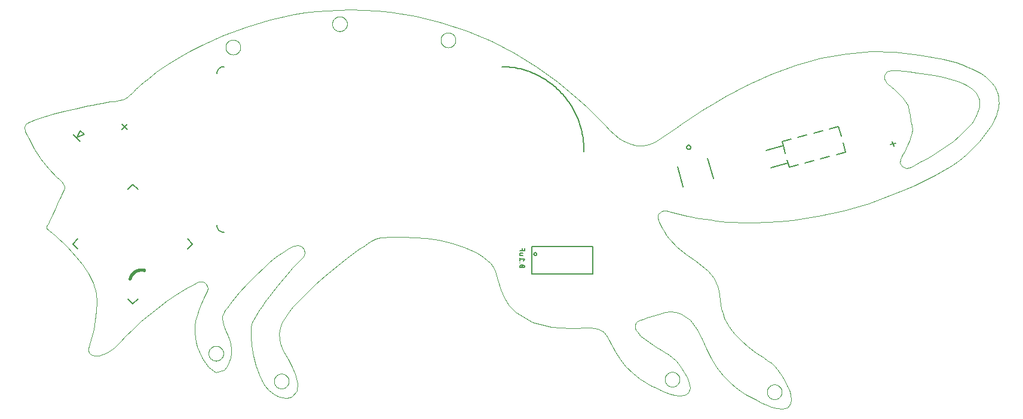
<source format=gbo>
G04 EAGLE Gerber RS-274X export*
G75*
%MOMM*%
%FSLAX34Y34*%
%LPD*%
%INSilk bottom*%
%IPPOS*%
%AMOC8*
5,1,8,0,0,1.08239X$1,22.5*%
G01*
%ADD10C,0.000000*%
%ADD11C,0.001000*%
%ADD12C,0.400000*%
%ADD13C,0.200000*%
%ADD14C,0.127000*%
%ADD15R,0.200000X1.400000*%


D10*
X261280Y78740D02*
X261283Y78998D01*
X261293Y79255D01*
X261308Y79512D01*
X261331Y79769D01*
X261359Y80025D01*
X261394Y80281D01*
X261435Y80535D01*
X261482Y80788D01*
X261535Y81041D01*
X261595Y81291D01*
X261660Y81540D01*
X261732Y81788D01*
X261810Y82034D01*
X261894Y82277D01*
X261984Y82519D01*
X262079Y82758D01*
X262181Y82995D01*
X262288Y83229D01*
X262401Y83461D01*
X262520Y83690D01*
X262644Y83915D01*
X262774Y84138D01*
X262909Y84357D01*
X263050Y84573D01*
X263195Y84786D01*
X263346Y84995D01*
X263502Y85200D01*
X263663Y85401D01*
X263829Y85598D01*
X264000Y85791D01*
X264175Y85980D01*
X264355Y86165D01*
X264540Y86345D01*
X264729Y86520D01*
X264922Y86691D01*
X265119Y86857D01*
X265320Y87018D01*
X265525Y87174D01*
X265734Y87325D01*
X265947Y87470D01*
X266163Y87611D01*
X266382Y87746D01*
X266605Y87876D01*
X266830Y88000D01*
X267059Y88119D01*
X267291Y88232D01*
X267525Y88339D01*
X267762Y88441D01*
X268001Y88536D01*
X268243Y88626D01*
X268486Y88710D01*
X268732Y88788D01*
X268980Y88860D01*
X269229Y88925D01*
X269479Y88985D01*
X269732Y89038D01*
X269985Y89085D01*
X270239Y89126D01*
X270495Y89161D01*
X270751Y89189D01*
X271008Y89212D01*
X271265Y89227D01*
X271522Y89237D01*
X271780Y89240D01*
X272038Y89237D01*
X272295Y89227D01*
X272552Y89212D01*
X272809Y89189D01*
X273065Y89161D01*
X273321Y89126D01*
X273575Y89085D01*
X273828Y89038D01*
X274081Y88985D01*
X274331Y88925D01*
X274580Y88860D01*
X274828Y88788D01*
X275074Y88710D01*
X275317Y88626D01*
X275559Y88536D01*
X275798Y88441D01*
X276035Y88339D01*
X276269Y88232D01*
X276501Y88119D01*
X276730Y88000D01*
X276955Y87876D01*
X277178Y87746D01*
X277397Y87611D01*
X277613Y87470D01*
X277826Y87325D01*
X278035Y87174D01*
X278240Y87018D01*
X278441Y86857D01*
X278638Y86691D01*
X278831Y86520D01*
X279020Y86345D01*
X279205Y86165D01*
X279385Y85980D01*
X279560Y85791D01*
X279731Y85598D01*
X279897Y85401D01*
X280058Y85200D01*
X280214Y84995D01*
X280365Y84786D01*
X280510Y84573D01*
X280651Y84357D01*
X280786Y84138D01*
X280916Y83915D01*
X281040Y83690D01*
X281159Y83461D01*
X281272Y83229D01*
X281379Y82995D01*
X281481Y82758D01*
X281576Y82519D01*
X281666Y82277D01*
X281750Y82034D01*
X281828Y81788D01*
X281900Y81540D01*
X281965Y81291D01*
X282025Y81041D01*
X282078Y80788D01*
X282125Y80535D01*
X282166Y80281D01*
X282201Y80025D01*
X282229Y79769D01*
X282252Y79512D01*
X282267Y79255D01*
X282277Y78998D01*
X282280Y78740D01*
X282277Y78482D01*
X282267Y78225D01*
X282252Y77968D01*
X282229Y77711D01*
X282201Y77455D01*
X282166Y77199D01*
X282125Y76945D01*
X282078Y76692D01*
X282025Y76439D01*
X281965Y76189D01*
X281900Y75940D01*
X281828Y75692D01*
X281750Y75446D01*
X281666Y75203D01*
X281576Y74961D01*
X281481Y74722D01*
X281379Y74485D01*
X281272Y74251D01*
X281159Y74019D01*
X281040Y73790D01*
X280916Y73565D01*
X280786Y73342D01*
X280651Y73123D01*
X280510Y72907D01*
X280365Y72694D01*
X280214Y72485D01*
X280058Y72280D01*
X279897Y72079D01*
X279731Y71882D01*
X279560Y71689D01*
X279385Y71500D01*
X279205Y71315D01*
X279020Y71135D01*
X278831Y70960D01*
X278638Y70789D01*
X278441Y70623D01*
X278240Y70462D01*
X278035Y70306D01*
X277826Y70155D01*
X277613Y70010D01*
X277397Y69869D01*
X277178Y69734D01*
X276955Y69604D01*
X276730Y69480D01*
X276501Y69361D01*
X276269Y69248D01*
X276035Y69141D01*
X275798Y69039D01*
X275559Y68944D01*
X275317Y68854D01*
X275074Y68770D01*
X274828Y68692D01*
X274580Y68620D01*
X274331Y68555D01*
X274081Y68495D01*
X273828Y68442D01*
X273575Y68395D01*
X273321Y68354D01*
X273065Y68319D01*
X272809Y68291D01*
X272552Y68268D01*
X272295Y68253D01*
X272038Y68243D01*
X271780Y68240D01*
X271522Y68243D01*
X271265Y68253D01*
X271008Y68268D01*
X270751Y68291D01*
X270495Y68319D01*
X270239Y68354D01*
X269985Y68395D01*
X269732Y68442D01*
X269479Y68495D01*
X269229Y68555D01*
X268980Y68620D01*
X268732Y68692D01*
X268486Y68770D01*
X268243Y68854D01*
X268001Y68944D01*
X267762Y69039D01*
X267525Y69141D01*
X267291Y69248D01*
X267059Y69361D01*
X266830Y69480D01*
X266605Y69604D01*
X266382Y69734D01*
X266163Y69869D01*
X265947Y70010D01*
X265734Y70155D01*
X265525Y70306D01*
X265320Y70462D01*
X265119Y70623D01*
X264922Y70789D01*
X264729Y70960D01*
X264540Y71135D01*
X264355Y71315D01*
X264175Y71500D01*
X264000Y71689D01*
X263829Y71882D01*
X263663Y72079D01*
X263502Y72280D01*
X263346Y72485D01*
X263195Y72694D01*
X263050Y72907D01*
X262909Y73123D01*
X262774Y73342D01*
X262644Y73565D01*
X262520Y73790D01*
X262401Y74019D01*
X262288Y74251D01*
X262181Y74485D01*
X262079Y74722D01*
X261984Y74961D01*
X261894Y75203D01*
X261810Y75446D01*
X261732Y75692D01*
X261660Y75940D01*
X261595Y76189D01*
X261535Y76439D01*
X261482Y76692D01*
X261435Y76945D01*
X261394Y77199D01*
X261359Y77455D01*
X261331Y77711D01*
X261308Y77968D01*
X261293Y78225D01*
X261283Y78482D01*
X261280Y78740D01*
X353990Y39370D02*
X353993Y39628D01*
X354003Y39885D01*
X354018Y40142D01*
X354041Y40399D01*
X354069Y40655D01*
X354104Y40911D01*
X354145Y41165D01*
X354192Y41418D01*
X354245Y41671D01*
X354305Y41921D01*
X354370Y42170D01*
X354442Y42418D01*
X354520Y42664D01*
X354604Y42907D01*
X354694Y43149D01*
X354789Y43388D01*
X354891Y43625D01*
X354998Y43859D01*
X355111Y44091D01*
X355230Y44320D01*
X355354Y44545D01*
X355484Y44768D01*
X355619Y44987D01*
X355760Y45203D01*
X355905Y45416D01*
X356056Y45625D01*
X356212Y45830D01*
X356373Y46031D01*
X356539Y46228D01*
X356710Y46421D01*
X356885Y46610D01*
X357065Y46795D01*
X357250Y46975D01*
X357439Y47150D01*
X357632Y47321D01*
X357829Y47487D01*
X358030Y47648D01*
X358235Y47804D01*
X358444Y47955D01*
X358657Y48100D01*
X358873Y48241D01*
X359092Y48376D01*
X359315Y48506D01*
X359540Y48630D01*
X359769Y48749D01*
X360001Y48862D01*
X360235Y48969D01*
X360472Y49071D01*
X360711Y49166D01*
X360953Y49256D01*
X361196Y49340D01*
X361442Y49418D01*
X361690Y49490D01*
X361939Y49555D01*
X362189Y49615D01*
X362442Y49668D01*
X362695Y49715D01*
X362949Y49756D01*
X363205Y49791D01*
X363461Y49819D01*
X363718Y49842D01*
X363975Y49857D01*
X364232Y49867D01*
X364490Y49870D01*
X364748Y49867D01*
X365005Y49857D01*
X365262Y49842D01*
X365519Y49819D01*
X365775Y49791D01*
X366031Y49756D01*
X366285Y49715D01*
X366538Y49668D01*
X366791Y49615D01*
X367041Y49555D01*
X367290Y49490D01*
X367538Y49418D01*
X367784Y49340D01*
X368027Y49256D01*
X368269Y49166D01*
X368508Y49071D01*
X368745Y48969D01*
X368979Y48862D01*
X369211Y48749D01*
X369440Y48630D01*
X369665Y48506D01*
X369888Y48376D01*
X370107Y48241D01*
X370323Y48100D01*
X370536Y47955D01*
X370745Y47804D01*
X370950Y47648D01*
X371151Y47487D01*
X371348Y47321D01*
X371541Y47150D01*
X371730Y46975D01*
X371915Y46795D01*
X372095Y46610D01*
X372270Y46421D01*
X372441Y46228D01*
X372607Y46031D01*
X372768Y45830D01*
X372924Y45625D01*
X373075Y45416D01*
X373220Y45203D01*
X373361Y44987D01*
X373496Y44768D01*
X373626Y44545D01*
X373750Y44320D01*
X373869Y44091D01*
X373982Y43859D01*
X374089Y43625D01*
X374191Y43388D01*
X374286Y43149D01*
X374376Y42907D01*
X374460Y42664D01*
X374538Y42418D01*
X374610Y42170D01*
X374675Y41921D01*
X374735Y41671D01*
X374788Y41418D01*
X374835Y41165D01*
X374876Y40911D01*
X374911Y40655D01*
X374939Y40399D01*
X374962Y40142D01*
X374977Y39885D01*
X374987Y39628D01*
X374990Y39370D01*
X374987Y39112D01*
X374977Y38855D01*
X374962Y38598D01*
X374939Y38341D01*
X374911Y38085D01*
X374876Y37829D01*
X374835Y37575D01*
X374788Y37322D01*
X374735Y37069D01*
X374675Y36819D01*
X374610Y36570D01*
X374538Y36322D01*
X374460Y36076D01*
X374376Y35833D01*
X374286Y35591D01*
X374191Y35352D01*
X374089Y35115D01*
X373982Y34881D01*
X373869Y34649D01*
X373750Y34420D01*
X373626Y34195D01*
X373496Y33972D01*
X373361Y33753D01*
X373220Y33537D01*
X373075Y33324D01*
X372924Y33115D01*
X372768Y32910D01*
X372607Y32709D01*
X372441Y32512D01*
X372270Y32319D01*
X372095Y32130D01*
X371915Y31945D01*
X371730Y31765D01*
X371541Y31590D01*
X371348Y31419D01*
X371151Y31253D01*
X370950Y31092D01*
X370745Y30936D01*
X370536Y30785D01*
X370323Y30640D01*
X370107Y30499D01*
X369888Y30364D01*
X369665Y30234D01*
X369440Y30110D01*
X369211Y29991D01*
X368979Y29878D01*
X368745Y29771D01*
X368508Y29669D01*
X368269Y29574D01*
X368027Y29484D01*
X367784Y29400D01*
X367538Y29322D01*
X367290Y29250D01*
X367041Y29185D01*
X366791Y29125D01*
X366538Y29072D01*
X366285Y29025D01*
X366031Y28984D01*
X365775Y28949D01*
X365519Y28921D01*
X365262Y28898D01*
X365005Y28883D01*
X364748Y28873D01*
X364490Y28870D01*
X364232Y28873D01*
X363975Y28883D01*
X363718Y28898D01*
X363461Y28921D01*
X363205Y28949D01*
X362949Y28984D01*
X362695Y29025D01*
X362442Y29072D01*
X362189Y29125D01*
X361939Y29185D01*
X361690Y29250D01*
X361442Y29322D01*
X361196Y29400D01*
X360953Y29484D01*
X360711Y29574D01*
X360472Y29669D01*
X360235Y29771D01*
X360001Y29878D01*
X359769Y29991D01*
X359540Y30110D01*
X359315Y30234D01*
X359092Y30364D01*
X358873Y30499D01*
X358657Y30640D01*
X358444Y30785D01*
X358235Y30936D01*
X358030Y31092D01*
X357829Y31253D01*
X357632Y31419D01*
X357439Y31590D01*
X357250Y31765D01*
X357065Y31945D01*
X356885Y32130D01*
X356710Y32319D01*
X356539Y32512D01*
X356373Y32709D01*
X356212Y32910D01*
X356056Y33115D01*
X355905Y33324D01*
X355760Y33537D01*
X355619Y33753D01*
X355484Y33972D01*
X355354Y34195D01*
X355230Y34420D01*
X355111Y34649D01*
X354998Y34881D01*
X354891Y35115D01*
X354789Y35352D01*
X354694Y35591D01*
X354604Y35833D01*
X354520Y36076D01*
X354442Y36322D01*
X354370Y36570D01*
X354305Y36819D01*
X354245Y37069D01*
X354192Y37322D01*
X354145Y37575D01*
X354104Y37829D01*
X354069Y38085D01*
X354041Y38341D01*
X354018Y38598D01*
X354003Y38855D01*
X353993Y39112D01*
X353990Y39370D01*
X1052490Y24130D02*
X1052493Y24388D01*
X1052503Y24645D01*
X1052518Y24902D01*
X1052541Y25159D01*
X1052569Y25415D01*
X1052604Y25671D01*
X1052645Y25925D01*
X1052692Y26178D01*
X1052745Y26431D01*
X1052805Y26681D01*
X1052870Y26930D01*
X1052942Y27178D01*
X1053020Y27424D01*
X1053104Y27667D01*
X1053194Y27909D01*
X1053289Y28148D01*
X1053391Y28385D01*
X1053498Y28619D01*
X1053611Y28851D01*
X1053730Y29080D01*
X1053854Y29305D01*
X1053984Y29528D01*
X1054119Y29747D01*
X1054260Y29963D01*
X1054405Y30176D01*
X1054556Y30385D01*
X1054712Y30590D01*
X1054873Y30791D01*
X1055039Y30988D01*
X1055210Y31181D01*
X1055385Y31370D01*
X1055565Y31555D01*
X1055750Y31735D01*
X1055939Y31910D01*
X1056132Y32081D01*
X1056329Y32247D01*
X1056530Y32408D01*
X1056735Y32564D01*
X1056944Y32715D01*
X1057157Y32860D01*
X1057373Y33001D01*
X1057592Y33136D01*
X1057815Y33266D01*
X1058040Y33390D01*
X1058269Y33509D01*
X1058501Y33622D01*
X1058735Y33729D01*
X1058972Y33831D01*
X1059211Y33926D01*
X1059453Y34016D01*
X1059696Y34100D01*
X1059942Y34178D01*
X1060190Y34250D01*
X1060439Y34315D01*
X1060689Y34375D01*
X1060942Y34428D01*
X1061195Y34475D01*
X1061449Y34516D01*
X1061705Y34551D01*
X1061961Y34579D01*
X1062218Y34602D01*
X1062475Y34617D01*
X1062732Y34627D01*
X1062990Y34630D01*
X1063248Y34627D01*
X1063505Y34617D01*
X1063762Y34602D01*
X1064019Y34579D01*
X1064275Y34551D01*
X1064531Y34516D01*
X1064785Y34475D01*
X1065038Y34428D01*
X1065291Y34375D01*
X1065541Y34315D01*
X1065790Y34250D01*
X1066038Y34178D01*
X1066284Y34100D01*
X1066527Y34016D01*
X1066769Y33926D01*
X1067008Y33831D01*
X1067245Y33729D01*
X1067479Y33622D01*
X1067711Y33509D01*
X1067940Y33390D01*
X1068165Y33266D01*
X1068388Y33136D01*
X1068607Y33001D01*
X1068823Y32860D01*
X1069036Y32715D01*
X1069245Y32564D01*
X1069450Y32408D01*
X1069651Y32247D01*
X1069848Y32081D01*
X1070041Y31910D01*
X1070230Y31735D01*
X1070415Y31555D01*
X1070595Y31370D01*
X1070770Y31181D01*
X1070941Y30988D01*
X1071107Y30791D01*
X1071268Y30590D01*
X1071424Y30385D01*
X1071575Y30176D01*
X1071720Y29963D01*
X1071861Y29747D01*
X1071996Y29528D01*
X1072126Y29305D01*
X1072250Y29080D01*
X1072369Y28851D01*
X1072482Y28619D01*
X1072589Y28385D01*
X1072691Y28148D01*
X1072786Y27909D01*
X1072876Y27667D01*
X1072960Y27424D01*
X1073038Y27178D01*
X1073110Y26930D01*
X1073175Y26681D01*
X1073235Y26431D01*
X1073288Y26178D01*
X1073335Y25925D01*
X1073376Y25671D01*
X1073411Y25415D01*
X1073439Y25159D01*
X1073462Y24902D01*
X1073477Y24645D01*
X1073487Y24388D01*
X1073490Y24130D01*
X1073487Y23872D01*
X1073477Y23615D01*
X1073462Y23358D01*
X1073439Y23101D01*
X1073411Y22845D01*
X1073376Y22589D01*
X1073335Y22335D01*
X1073288Y22082D01*
X1073235Y21829D01*
X1073175Y21579D01*
X1073110Y21330D01*
X1073038Y21082D01*
X1072960Y20836D01*
X1072876Y20593D01*
X1072786Y20351D01*
X1072691Y20112D01*
X1072589Y19875D01*
X1072482Y19641D01*
X1072369Y19409D01*
X1072250Y19180D01*
X1072126Y18955D01*
X1071996Y18732D01*
X1071861Y18513D01*
X1071720Y18297D01*
X1071575Y18084D01*
X1071424Y17875D01*
X1071268Y17670D01*
X1071107Y17469D01*
X1070941Y17272D01*
X1070770Y17079D01*
X1070595Y16890D01*
X1070415Y16705D01*
X1070230Y16525D01*
X1070041Y16350D01*
X1069848Y16179D01*
X1069651Y16013D01*
X1069450Y15852D01*
X1069245Y15696D01*
X1069036Y15545D01*
X1068823Y15400D01*
X1068607Y15259D01*
X1068388Y15124D01*
X1068165Y14994D01*
X1067940Y14870D01*
X1067711Y14751D01*
X1067479Y14638D01*
X1067245Y14531D01*
X1067008Y14429D01*
X1066769Y14334D01*
X1066527Y14244D01*
X1066284Y14160D01*
X1066038Y14082D01*
X1065790Y14010D01*
X1065541Y13945D01*
X1065291Y13885D01*
X1065038Y13832D01*
X1064785Y13785D01*
X1064531Y13744D01*
X1064275Y13709D01*
X1064019Y13681D01*
X1063762Y13658D01*
X1063505Y13643D01*
X1063248Y13633D01*
X1062990Y13630D01*
X1062732Y13633D01*
X1062475Y13643D01*
X1062218Y13658D01*
X1061961Y13681D01*
X1061705Y13709D01*
X1061449Y13744D01*
X1061195Y13785D01*
X1060942Y13832D01*
X1060689Y13885D01*
X1060439Y13945D01*
X1060190Y14010D01*
X1059942Y14082D01*
X1059696Y14160D01*
X1059453Y14244D01*
X1059211Y14334D01*
X1058972Y14429D01*
X1058735Y14531D01*
X1058501Y14638D01*
X1058269Y14751D01*
X1058040Y14870D01*
X1057815Y14994D01*
X1057592Y15124D01*
X1057373Y15259D01*
X1057157Y15400D01*
X1056944Y15545D01*
X1056735Y15696D01*
X1056530Y15852D01*
X1056329Y16013D01*
X1056132Y16179D01*
X1055939Y16350D01*
X1055750Y16525D01*
X1055565Y16705D01*
X1055385Y16890D01*
X1055210Y17079D01*
X1055039Y17272D01*
X1054873Y17469D01*
X1054712Y17670D01*
X1054556Y17875D01*
X1054405Y18084D01*
X1054260Y18297D01*
X1054119Y18513D01*
X1053984Y18732D01*
X1053854Y18955D01*
X1053730Y19180D01*
X1053611Y19409D01*
X1053498Y19641D01*
X1053391Y19875D01*
X1053289Y20112D01*
X1053194Y20351D01*
X1053104Y20593D01*
X1053020Y20836D01*
X1052942Y21082D01*
X1052870Y21330D01*
X1052805Y21579D01*
X1052745Y21829D01*
X1052692Y22082D01*
X1052645Y22335D01*
X1052604Y22589D01*
X1052569Y22845D01*
X1052541Y23101D01*
X1052518Y23358D01*
X1052503Y23615D01*
X1052493Y23872D01*
X1052490Y24130D01*
X436540Y546100D02*
X436543Y546358D01*
X436553Y546615D01*
X436568Y546872D01*
X436591Y547129D01*
X436619Y547385D01*
X436654Y547641D01*
X436695Y547895D01*
X436742Y548148D01*
X436795Y548401D01*
X436855Y548651D01*
X436920Y548900D01*
X436992Y549148D01*
X437070Y549394D01*
X437154Y549637D01*
X437244Y549879D01*
X437339Y550118D01*
X437441Y550355D01*
X437548Y550589D01*
X437661Y550821D01*
X437780Y551050D01*
X437904Y551275D01*
X438034Y551498D01*
X438169Y551717D01*
X438310Y551933D01*
X438455Y552146D01*
X438606Y552355D01*
X438762Y552560D01*
X438923Y552761D01*
X439089Y552958D01*
X439260Y553151D01*
X439435Y553340D01*
X439615Y553525D01*
X439800Y553705D01*
X439989Y553880D01*
X440182Y554051D01*
X440379Y554217D01*
X440580Y554378D01*
X440785Y554534D01*
X440994Y554685D01*
X441207Y554830D01*
X441423Y554971D01*
X441642Y555106D01*
X441865Y555236D01*
X442090Y555360D01*
X442319Y555479D01*
X442551Y555592D01*
X442785Y555699D01*
X443022Y555801D01*
X443261Y555896D01*
X443503Y555986D01*
X443746Y556070D01*
X443992Y556148D01*
X444240Y556220D01*
X444489Y556285D01*
X444739Y556345D01*
X444992Y556398D01*
X445245Y556445D01*
X445499Y556486D01*
X445755Y556521D01*
X446011Y556549D01*
X446268Y556572D01*
X446525Y556587D01*
X446782Y556597D01*
X447040Y556600D01*
X447298Y556597D01*
X447555Y556587D01*
X447812Y556572D01*
X448069Y556549D01*
X448325Y556521D01*
X448581Y556486D01*
X448835Y556445D01*
X449088Y556398D01*
X449341Y556345D01*
X449591Y556285D01*
X449840Y556220D01*
X450088Y556148D01*
X450334Y556070D01*
X450577Y555986D01*
X450819Y555896D01*
X451058Y555801D01*
X451295Y555699D01*
X451529Y555592D01*
X451761Y555479D01*
X451990Y555360D01*
X452215Y555236D01*
X452438Y555106D01*
X452657Y554971D01*
X452873Y554830D01*
X453086Y554685D01*
X453295Y554534D01*
X453500Y554378D01*
X453701Y554217D01*
X453898Y554051D01*
X454091Y553880D01*
X454280Y553705D01*
X454465Y553525D01*
X454645Y553340D01*
X454820Y553151D01*
X454991Y552958D01*
X455157Y552761D01*
X455318Y552560D01*
X455474Y552355D01*
X455625Y552146D01*
X455770Y551933D01*
X455911Y551717D01*
X456046Y551498D01*
X456176Y551275D01*
X456300Y551050D01*
X456419Y550821D01*
X456532Y550589D01*
X456639Y550355D01*
X456741Y550118D01*
X456836Y549879D01*
X456926Y549637D01*
X457010Y549394D01*
X457088Y549148D01*
X457160Y548900D01*
X457225Y548651D01*
X457285Y548401D01*
X457338Y548148D01*
X457385Y547895D01*
X457426Y547641D01*
X457461Y547385D01*
X457489Y547129D01*
X457512Y546872D01*
X457527Y546615D01*
X457537Y546358D01*
X457540Y546100D01*
X457537Y545842D01*
X457527Y545585D01*
X457512Y545328D01*
X457489Y545071D01*
X457461Y544815D01*
X457426Y544559D01*
X457385Y544305D01*
X457338Y544052D01*
X457285Y543799D01*
X457225Y543549D01*
X457160Y543300D01*
X457088Y543052D01*
X457010Y542806D01*
X456926Y542563D01*
X456836Y542321D01*
X456741Y542082D01*
X456639Y541845D01*
X456532Y541611D01*
X456419Y541379D01*
X456300Y541150D01*
X456176Y540925D01*
X456046Y540702D01*
X455911Y540483D01*
X455770Y540267D01*
X455625Y540054D01*
X455474Y539845D01*
X455318Y539640D01*
X455157Y539439D01*
X454991Y539242D01*
X454820Y539049D01*
X454645Y538860D01*
X454465Y538675D01*
X454280Y538495D01*
X454091Y538320D01*
X453898Y538149D01*
X453701Y537983D01*
X453500Y537822D01*
X453295Y537666D01*
X453086Y537515D01*
X452873Y537370D01*
X452657Y537229D01*
X452438Y537094D01*
X452215Y536964D01*
X451990Y536840D01*
X451761Y536721D01*
X451529Y536608D01*
X451295Y536501D01*
X451058Y536399D01*
X450819Y536304D01*
X450577Y536214D01*
X450334Y536130D01*
X450088Y536052D01*
X449840Y535980D01*
X449591Y535915D01*
X449341Y535855D01*
X449088Y535802D01*
X448835Y535755D01*
X448581Y535714D01*
X448325Y535679D01*
X448069Y535651D01*
X447812Y535628D01*
X447555Y535613D01*
X447298Y535603D01*
X447040Y535600D01*
X446782Y535603D01*
X446525Y535613D01*
X446268Y535628D01*
X446011Y535651D01*
X445755Y535679D01*
X445499Y535714D01*
X445245Y535755D01*
X444992Y535802D01*
X444739Y535855D01*
X444489Y535915D01*
X444240Y535980D01*
X443992Y536052D01*
X443746Y536130D01*
X443503Y536214D01*
X443261Y536304D01*
X443022Y536399D01*
X442785Y536501D01*
X442551Y536608D01*
X442319Y536721D01*
X442090Y536840D01*
X441865Y536964D01*
X441642Y537094D01*
X441423Y537229D01*
X441207Y537370D01*
X440994Y537515D01*
X440785Y537666D01*
X440580Y537822D01*
X440379Y537983D01*
X440182Y538149D01*
X439989Y538320D01*
X439800Y538495D01*
X439615Y538675D01*
X439435Y538860D01*
X439260Y539049D01*
X439089Y539242D01*
X438923Y539439D01*
X438762Y539640D01*
X438606Y539845D01*
X438455Y540054D01*
X438310Y540267D01*
X438169Y540483D01*
X438034Y540702D01*
X437904Y540925D01*
X437780Y541150D01*
X437661Y541379D01*
X437548Y541611D01*
X437441Y541845D01*
X437339Y542082D01*
X437244Y542321D01*
X437154Y542563D01*
X437070Y542806D01*
X436992Y543052D01*
X436920Y543300D01*
X436855Y543549D01*
X436795Y543799D01*
X436742Y544052D01*
X436695Y544305D01*
X436654Y544559D01*
X436619Y544815D01*
X436591Y545071D01*
X436568Y545328D01*
X436553Y545585D01*
X436543Y545842D01*
X436540Y546100D01*
X590210Y523240D02*
X590213Y523498D01*
X590223Y523755D01*
X590238Y524012D01*
X590261Y524269D01*
X590289Y524525D01*
X590324Y524781D01*
X590365Y525035D01*
X590412Y525288D01*
X590465Y525541D01*
X590525Y525791D01*
X590590Y526040D01*
X590662Y526288D01*
X590740Y526534D01*
X590824Y526777D01*
X590914Y527019D01*
X591009Y527258D01*
X591111Y527495D01*
X591218Y527729D01*
X591331Y527961D01*
X591450Y528190D01*
X591574Y528415D01*
X591704Y528638D01*
X591839Y528857D01*
X591980Y529073D01*
X592125Y529286D01*
X592276Y529495D01*
X592432Y529700D01*
X592593Y529901D01*
X592759Y530098D01*
X592930Y530291D01*
X593105Y530480D01*
X593285Y530665D01*
X593470Y530845D01*
X593659Y531020D01*
X593852Y531191D01*
X594049Y531357D01*
X594250Y531518D01*
X594455Y531674D01*
X594664Y531825D01*
X594877Y531970D01*
X595093Y532111D01*
X595312Y532246D01*
X595535Y532376D01*
X595760Y532500D01*
X595989Y532619D01*
X596221Y532732D01*
X596455Y532839D01*
X596692Y532941D01*
X596931Y533036D01*
X597173Y533126D01*
X597416Y533210D01*
X597662Y533288D01*
X597910Y533360D01*
X598159Y533425D01*
X598409Y533485D01*
X598662Y533538D01*
X598915Y533585D01*
X599169Y533626D01*
X599425Y533661D01*
X599681Y533689D01*
X599938Y533712D01*
X600195Y533727D01*
X600452Y533737D01*
X600710Y533740D01*
X600968Y533737D01*
X601225Y533727D01*
X601482Y533712D01*
X601739Y533689D01*
X601995Y533661D01*
X602251Y533626D01*
X602505Y533585D01*
X602758Y533538D01*
X603011Y533485D01*
X603261Y533425D01*
X603510Y533360D01*
X603758Y533288D01*
X604004Y533210D01*
X604247Y533126D01*
X604489Y533036D01*
X604728Y532941D01*
X604965Y532839D01*
X605199Y532732D01*
X605431Y532619D01*
X605660Y532500D01*
X605885Y532376D01*
X606108Y532246D01*
X606327Y532111D01*
X606543Y531970D01*
X606756Y531825D01*
X606965Y531674D01*
X607170Y531518D01*
X607371Y531357D01*
X607568Y531191D01*
X607761Y531020D01*
X607950Y530845D01*
X608135Y530665D01*
X608315Y530480D01*
X608490Y530291D01*
X608661Y530098D01*
X608827Y529901D01*
X608988Y529700D01*
X609144Y529495D01*
X609295Y529286D01*
X609440Y529073D01*
X609581Y528857D01*
X609716Y528638D01*
X609846Y528415D01*
X609970Y528190D01*
X610089Y527961D01*
X610202Y527729D01*
X610309Y527495D01*
X610411Y527258D01*
X610506Y527019D01*
X610596Y526777D01*
X610680Y526534D01*
X610758Y526288D01*
X610830Y526040D01*
X610895Y525791D01*
X610955Y525541D01*
X611008Y525288D01*
X611055Y525035D01*
X611096Y524781D01*
X611131Y524525D01*
X611159Y524269D01*
X611182Y524012D01*
X611197Y523755D01*
X611207Y523498D01*
X611210Y523240D01*
X611207Y522982D01*
X611197Y522725D01*
X611182Y522468D01*
X611159Y522211D01*
X611131Y521955D01*
X611096Y521699D01*
X611055Y521445D01*
X611008Y521192D01*
X610955Y520939D01*
X610895Y520689D01*
X610830Y520440D01*
X610758Y520192D01*
X610680Y519946D01*
X610596Y519703D01*
X610506Y519461D01*
X610411Y519222D01*
X610309Y518985D01*
X610202Y518751D01*
X610089Y518519D01*
X609970Y518290D01*
X609846Y518065D01*
X609716Y517842D01*
X609581Y517623D01*
X609440Y517407D01*
X609295Y517194D01*
X609144Y516985D01*
X608988Y516780D01*
X608827Y516579D01*
X608661Y516382D01*
X608490Y516189D01*
X608315Y516000D01*
X608135Y515815D01*
X607950Y515635D01*
X607761Y515460D01*
X607568Y515289D01*
X607371Y515123D01*
X607170Y514962D01*
X606965Y514806D01*
X606756Y514655D01*
X606543Y514510D01*
X606327Y514369D01*
X606108Y514234D01*
X605885Y514104D01*
X605660Y513980D01*
X605431Y513861D01*
X605199Y513748D01*
X604965Y513641D01*
X604728Y513539D01*
X604489Y513444D01*
X604247Y513354D01*
X604004Y513270D01*
X603758Y513192D01*
X603510Y513120D01*
X603261Y513055D01*
X603011Y512995D01*
X602758Y512942D01*
X602505Y512895D01*
X602251Y512854D01*
X601995Y512819D01*
X601739Y512791D01*
X601482Y512768D01*
X601225Y512753D01*
X600968Y512743D01*
X600710Y512740D01*
X600452Y512743D01*
X600195Y512753D01*
X599938Y512768D01*
X599681Y512791D01*
X599425Y512819D01*
X599169Y512854D01*
X598915Y512895D01*
X598662Y512942D01*
X598409Y512995D01*
X598159Y513055D01*
X597910Y513120D01*
X597662Y513192D01*
X597416Y513270D01*
X597173Y513354D01*
X596931Y513444D01*
X596692Y513539D01*
X596455Y513641D01*
X596221Y513748D01*
X595989Y513861D01*
X595760Y513980D01*
X595535Y514104D01*
X595312Y514234D01*
X595093Y514369D01*
X594877Y514510D01*
X594664Y514655D01*
X594455Y514806D01*
X594250Y514962D01*
X594049Y515123D01*
X593852Y515289D01*
X593659Y515460D01*
X593470Y515635D01*
X593285Y515815D01*
X593105Y516000D01*
X592930Y516189D01*
X592759Y516382D01*
X592593Y516579D01*
X592432Y516780D01*
X592276Y516985D01*
X592125Y517194D01*
X591980Y517407D01*
X591839Y517623D01*
X591704Y517842D01*
X591574Y518065D01*
X591450Y518290D01*
X591331Y518519D01*
X591218Y518751D01*
X591111Y518985D01*
X591009Y519222D01*
X590914Y519461D01*
X590824Y519703D01*
X590740Y519946D01*
X590662Y520192D01*
X590590Y520440D01*
X590525Y520689D01*
X590465Y520939D01*
X590412Y521192D01*
X590365Y521445D01*
X590324Y521699D01*
X590289Y521955D01*
X590261Y522211D01*
X590238Y522468D01*
X590223Y522725D01*
X590213Y522982D01*
X590210Y523240D01*
X285410Y513080D02*
X285413Y513338D01*
X285423Y513595D01*
X285438Y513852D01*
X285461Y514109D01*
X285489Y514365D01*
X285524Y514621D01*
X285565Y514875D01*
X285612Y515128D01*
X285665Y515381D01*
X285725Y515631D01*
X285790Y515880D01*
X285862Y516128D01*
X285940Y516374D01*
X286024Y516617D01*
X286114Y516859D01*
X286209Y517098D01*
X286311Y517335D01*
X286418Y517569D01*
X286531Y517801D01*
X286650Y518030D01*
X286774Y518255D01*
X286904Y518478D01*
X287039Y518697D01*
X287180Y518913D01*
X287325Y519126D01*
X287476Y519335D01*
X287632Y519540D01*
X287793Y519741D01*
X287959Y519938D01*
X288130Y520131D01*
X288305Y520320D01*
X288485Y520505D01*
X288670Y520685D01*
X288859Y520860D01*
X289052Y521031D01*
X289249Y521197D01*
X289450Y521358D01*
X289655Y521514D01*
X289864Y521665D01*
X290077Y521810D01*
X290293Y521951D01*
X290512Y522086D01*
X290735Y522216D01*
X290960Y522340D01*
X291189Y522459D01*
X291421Y522572D01*
X291655Y522679D01*
X291892Y522781D01*
X292131Y522876D01*
X292373Y522966D01*
X292616Y523050D01*
X292862Y523128D01*
X293110Y523200D01*
X293359Y523265D01*
X293609Y523325D01*
X293862Y523378D01*
X294115Y523425D01*
X294369Y523466D01*
X294625Y523501D01*
X294881Y523529D01*
X295138Y523552D01*
X295395Y523567D01*
X295652Y523577D01*
X295910Y523580D01*
X296168Y523577D01*
X296425Y523567D01*
X296682Y523552D01*
X296939Y523529D01*
X297195Y523501D01*
X297451Y523466D01*
X297705Y523425D01*
X297958Y523378D01*
X298211Y523325D01*
X298461Y523265D01*
X298710Y523200D01*
X298958Y523128D01*
X299204Y523050D01*
X299447Y522966D01*
X299689Y522876D01*
X299928Y522781D01*
X300165Y522679D01*
X300399Y522572D01*
X300631Y522459D01*
X300860Y522340D01*
X301085Y522216D01*
X301308Y522086D01*
X301527Y521951D01*
X301743Y521810D01*
X301956Y521665D01*
X302165Y521514D01*
X302370Y521358D01*
X302571Y521197D01*
X302768Y521031D01*
X302961Y520860D01*
X303150Y520685D01*
X303335Y520505D01*
X303515Y520320D01*
X303690Y520131D01*
X303861Y519938D01*
X304027Y519741D01*
X304188Y519540D01*
X304344Y519335D01*
X304495Y519126D01*
X304640Y518913D01*
X304781Y518697D01*
X304916Y518478D01*
X305046Y518255D01*
X305170Y518030D01*
X305289Y517801D01*
X305402Y517569D01*
X305509Y517335D01*
X305611Y517098D01*
X305706Y516859D01*
X305796Y516617D01*
X305880Y516374D01*
X305958Y516128D01*
X306030Y515880D01*
X306095Y515631D01*
X306155Y515381D01*
X306208Y515128D01*
X306255Y514875D01*
X306296Y514621D01*
X306331Y514365D01*
X306359Y514109D01*
X306382Y513852D01*
X306397Y513595D01*
X306407Y513338D01*
X306410Y513080D01*
X306407Y512822D01*
X306397Y512565D01*
X306382Y512308D01*
X306359Y512051D01*
X306331Y511795D01*
X306296Y511539D01*
X306255Y511285D01*
X306208Y511032D01*
X306155Y510779D01*
X306095Y510529D01*
X306030Y510280D01*
X305958Y510032D01*
X305880Y509786D01*
X305796Y509543D01*
X305706Y509301D01*
X305611Y509062D01*
X305509Y508825D01*
X305402Y508591D01*
X305289Y508359D01*
X305170Y508130D01*
X305046Y507905D01*
X304916Y507682D01*
X304781Y507463D01*
X304640Y507247D01*
X304495Y507034D01*
X304344Y506825D01*
X304188Y506620D01*
X304027Y506419D01*
X303861Y506222D01*
X303690Y506029D01*
X303515Y505840D01*
X303335Y505655D01*
X303150Y505475D01*
X302961Y505300D01*
X302768Y505129D01*
X302571Y504963D01*
X302370Y504802D01*
X302165Y504646D01*
X301956Y504495D01*
X301743Y504350D01*
X301527Y504209D01*
X301308Y504074D01*
X301085Y503944D01*
X300860Y503820D01*
X300631Y503701D01*
X300399Y503588D01*
X300165Y503481D01*
X299928Y503379D01*
X299689Y503284D01*
X299447Y503194D01*
X299204Y503110D01*
X298958Y503032D01*
X298710Y502960D01*
X298461Y502895D01*
X298211Y502835D01*
X297958Y502782D01*
X297705Y502735D01*
X297451Y502694D01*
X297195Y502659D01*
X296939Y502631D01*
X296682Y502608D01*
X296425Y502593D01*
X296168Y502583D01*
X295910Y502580D01*
X295652Y502583D01*
X295395Y502593D01*
X295138Y502608D01*
X294881Y502631D01*
X294625Y502659D01*
X294369Y502694D01*
X294115Y502735D01*
X293862Y502782D01*
X293609Y502835D01*
X293359Y502895D01*
X293110Y502960D01*
X292862Y503032D01*
X292616Y503110D01*
X292373Y503194D01*
X292131Y503284D01*
X291892Y503379D01*
X291655Y503481D01*
X291421Y503588D01*
X291189Y503701D01*
X290960Y503820D01*
X290735Y503944D01*
X290512Y504074D01*
X290293Y504209D01*
X290077Y504350D01*
X289864Y504495D01*
X289655Y504646D01*
X289450Y504802D01*
X289249Y504963D01*
X289052Y505129D01*
X288859Y505300D01*
X288670Y505475D01*
X288485Y505655D01*
X288305Y505840D01*
X288130Y506029D01*
X287959Y506222D01*
X287793Y506419D01*
X287632Y506620D01*
X287476Y506825D01*
X287325Y507034D01*
X287180Y507247D01*
X287039Y507463D01*
X286904Y507682D01*
X286774Y507905D01*
X286650Y508130D01*
X286531Y508359D01*
X286418Y508591D01*
X286311Y508825D01*
X286209Y509062D01*
X286114Y509301D01*
X286024Y509543D01*
X285940Y509786D01*
X285862Y510032D01*
X285790Y510280D01*
X285725Y510529D01*
X285665Y510779D01*
X285612Y511032D01*
X285565Y511285D01*
X285524Y511539D01*
X285489Y511795D01*
X285461Y512051D01*
X285438Y512308D01*
X285423Y512565D01*
X285413Y512822D01*
X285410Y513080D01*
D11*
X1378602Y449418D02*
X1379897Y446385D01*
X1378602Y449418D02*
X1377374Y452488D01*
X1376058Y455515D01*
X1374497Y458419D01*
X1373346Y460061D01*
X1372055Y461565D01*
X1370668Y462987D01*
X1369233Y464384D01*
X1366046Y467551D01*
X1362940Y470555D01*
X1359630Y473332D01*
X1355830Y475817D01*
X1349314Y479331D01*
X1342759Y482569D01*
X1336080Y485542D01*
X1329191Y488260D01*
X1325822Y489527D01*
X1322445Y490798D01*
X1319047Y492007D01*
X1315617Y493093D01*
X1312243Y493968D01*
X1308835Y494700D01*
X1305413Y495376D01*
X1302000Y496080D01*
X1268108Y502372D01*
X1233859Y506165D01*
X1199453Y506963D01*
X1165088Y504268D01*
X1128836Y497614D01*
X1093392Y487747D01*
X1058844Y475039D01*
X1025281Y459861D01*
X1008998Y451534D01*
X992970Y442758D01*
X977181Y433559D01*
X961614Y423961D01*
X953981Y419086D01*
X946385Y414152D01*
X938826Y409161D01*
X931304Y404115D01*
X923824Y398921D01*
X916398Y393633D01*
X908935Y388402D01*
X901345Y383378D01*
X893489Y378904D01*
X885182Y375455D01*
X876477Y373518D01*
X867428Y373581D01*
X858832Y375647D01*
X850772Y379233D01*
X843271Y383961D01*
X836353Y389456D01*
X829703Y395607D01*
X823328Y402053D01*
X817069Y408619D01*
X810770Y415132D01*
X804185Y421673D01*
X797502Y428114D01*
X790719Y434451D01*
X783838Y440680D01*
X755653Y464080D01*
X725892Y485443D01*
X694685Y504630D01*
X662160Y521503D01*
X627569Y536239D01*
X591754Y548249D01*
X555082Y557266D01*
X517919Y563020D01*
X499625Y564725D01*
X481259Y565835D01*
X462869Y566268D01*
X444503Y565941D01*
X428879Y565182D01*
X413236Y564016D01*
X397660Y562236D01*
X382237Y559633D01*
X348459Y551799D01*
X315109Y541898D01*
X282480Y529869D01*
X250864Y515652D01*
X234472Y507279D01*
X218369Y498339D01*
X202714Y488657D01*
X187665Y478058D01*
X181665Y473427D01*
X175746Y468681D01*
X169912Y463829D01*
X164169Y458883D01*
X161184Y456211D01*
X158256Y453487D01*
X155372Y450716D01*
X152520Y447904D01*
X149632Y445125D01*
X146552Y442541D01*
X143205Y440363D01*
X139516Y438799D01*
X134034Y437459D01*
X128377Y436542D01*
X122682Y435800D01*
X117083Y434985D01*
X110320Y433792D01*
X103572Y432520D01*
X96836Y431184D01*
X90109Y429801D01*
X73606Y426317D01*
X57075Y422589D01*
X40662Y418403D01*
X24512Y413548D01*
X21778Y412595D01*
X19070Y411574D01*
X16375Y410518D01*
X13679Y409461D01*
X10770Y408363D01*
X7827Y407176D01*
X5001Y405764D01*
X2447Y403992D01*
X294Y399556D01*
X1287Y394100D01*
X3812Y388606D01*
X6257Y384061D01*
X14297Y369066D01*
X23497Y354534D01*
X33993Y340952D01*
X45916Y328812D01*
X49332Y325991D01*
X52834Y322908D01*
X55630Y319357D01*
X56926Y315130D01*
X56817Y313112D01*
X56327Y311180D01*
X55593Y309310D01*
X54751Y307474D01*
X53341Y304437D01*
X51936Y301396D01*
X50534Y298355D01*
X49131Y295314D01*
X43319Y282724D01*
X40413Y276430D01*
X37507Y270135D01*
X36370Y267694D01*
X35215Y265269D01*
X34031Y262858D01*
X32809Y260461D01*
X32079Y259040D01*
X31627Y257746D01*
X31710Y256508D01*
X32581Y255255D01*
X33994Y254056D01*
X35514Y252942D01*
X37052Y251844D01*
X38519Y250690D01*
X41097Y248453D01*
X43653Y246192D01*
X46189Y243909D01*
X48707Y241605D01*
X55170Y235524D01*
X61491Y229295D01*
X67635Y222893D01*
X73566Y216291D01*
X82966Y204781D01*
X91354Y192417D01*
X97883Y179106D01*
X101708Y164755D01*
X102744Y151737D01*
X102294Y138608D01*
X100714Y125537D01*
X98358Y112690D01*
X96977Y106639D01*
X95413Y100665D01*
X93738Y94723D01*
X92025Y88768D01*
X91363Y85736D01*
X91279Y82707D01*
X92092Y79897D01*
X94118Y77522D01*
X96860Y76084D01*
X99920Y75447D01*
X103095Y75382D01*
X106182Y75659D01*
X117518Y79275D01*
X127080Y86040D01*
X135565Y94518D01*
X143666Y103269D01*
X154417Y113965D01*
X165562Y124257D01*
X177086Y134123D01*
X188970Y143542D01*
X201823Y152934D01*
X215038Y161811D01*
X228584Y170179D01*
X242427Y178040D01*
X245078Y179375D01*
X247829Y180364D01*
X250676Y180725D01*
X253613Y180177D01*
X256187Y178746D01*
X258211Y176638D01*
X259549Y174043D01*
X260067Y171150D01*
X259556Y167587D01*
X258187Y164071D01*
X256431Y160669D01*
X254759Y157449D01*
X252919Y153529D01*
X251130Y149584D01*
X249416Y145606D01*
X247803Y141587D01*
X245022Y133435D01*
X242996Y125127D01*
X241893Y116666D01*
X241878Y108053D01*
X242567Y101356D01*
X243734Y94725D01*
X245387Y88200D01*
X247533Y81819D01*
X252746Y70896D01*
X261116Y59124D01*
X271612Y52057D01*
X283203Y55252D01*
X287377Y60122D01*
X290393Y66074D01*
X292355Y72517D01*
X293368Y78862D01*
X293443Y85539D01*
X292539Y92090D01*
X290867Y98512D01*
X288641Y104804D01*
X286136Y110543D01*
X283458Y116563D01*
X281350Y122723D01*
X280555Y128882D01*
X281019Y131964D01*
X282137Y134889D01*
X283667Y137660D01*
X285368Y140280D01*
X287466Y143342D01*
X289624Y146366D01*
X291828Y149357D01*
X294066Y152317D01*
X304766Y165494D01*
X316179Y178088D01*
X328166Y190146D01*
X340592Y201711D01*
X346754Y207124D01*
X353058Y212371D01*
X359521Y217420D01*
X366159Y222237D01*
X371014Y225638D01*
X376354Y228957D01*
X382036Y231407D01*
X387915Y232202D01*
X393159Y230453D01*
X396585Y226499D01*
X397644Y221397D01*
X395785Y216201D01*
X393987Y214005D01*
X391967Y211948D01*
X389869Y209960D01*
X387837Y207968D01*
X385197Y205211D01*
X382587Y202426D01*
X380006Y199615D01*
X377451Y196779D01*
X367946Y185848D01*
X358711Y174659D01*
X349765Y163237D01*
X341127Y151608D01*
X337200Y146070D01*
X333383Y140456D01*
X329687Y134761D01*
X326124Y128982D01*
X323241Y122917D01*
X321620Y116680D01*
X321017Y110225D01*
X321184Y103503D01*
X322556Y89482D01*
X324857Y75405D01*
X328224Y61563D01*
X332795Y48246D01*
X336424Y40388D01*
X340972Y32986D01*
X346559Y26394D01*
X353307Y20967D01*
X359193Y17845D01*
X365653Y15827D01*
X372306Y15400D01*
X378771Y17053D01*
X386667Y25239D01*
X387569Y36778D01*
X384323Y49079D01*
X379773Y59550D01*
X373482Y70858D01*
X367154Y81956D01*
X362488Y93599D01*
X361178Y106543D01*
X362687Y115125D01*
X365772Y123198D01*
X370063Y130756D01*
X375192Y137794D01*
X381016Y144692D01*
X387144Y151357D01*
X393458Y157853D01*
X399840Y164241D01*
X412713Y176661D01*
X425988Y188656D01*
X439647Y200210D01*
X453674Y211311D01*
X460654Y216552D01*
X467729Y221663D01*
X474898Y226640D01*
X482163Y231478D01*
X487498Y235073D01*
X492956Y238522D01*
X498720Y241254D01*
X504972Y242697D01*
X521080Y243776D01*
X537250Y244027D01*
X553412Y243449D01*
X569495Y242038D01*
X587407Y239430D01*
X605208Y235488D01*
X622537Y229934D01*
X639031Y222489D01*
X644979Y219151D01*
X650757Y215417D01*
X656162Y211189D01*
X660988Y206371D01*
X664711Y200943D01*
X667237Y195083D01*
X669078Y188916D01*
X670747Y182562D01*
X674847Y169821D01*
X680321Y157702D01*
X687532Y146617D01*
X696846Y136977D01*
X720522Y122948D01*
X746815Y116073D01*
X774366Y114124D01*
X801819Y114871D01*
X808956Y114680D01*
X815349Y113088D01*
X820853Y109690D01*
X825322Y104081D01*
X828304Y98605D01*
X831163Y93062D01*
X834026Y87521D01*
X837021Y82052D01*
X844328Y70693D01*
X852637Y60397D01*
X862036Y51093D01*
X872616Y42707D01*
X878188Y38953D01*
X883921Y35487D01*
X889813Y32298D01*
X895864Y29376D01*
X902129Y26577D01*
X908523Y23932D01*
X915033Y21615D01*
X921645Y19801D01*
X928770Y18819D01*
X935949Y19485D01*
X941433Y22803D01*
X943476Y29776D01*
X942218Y37353D01*
X939320Y44768D01*
X935450Y51813D01*
X931276Y58281D01*
X927390Y63707D01*
X923105Y68766D01*
X918299Y73296D01*
X912848Y77135D01*
X907326Y80376D01*
X901818Y83626D01*
X896364Y86964D01*
X891005Y90470D01*
X885115Y94520D01*
X879174Y98898D01*
X873590Y103671D01*
X868769Y108905D01*
X866930Y111798D01*
X865778Y115029D01*
X865626Y118372D01*
X866791Y121601D01*
X868670Y123744D01*
X871059Y125322D01*
X873725Y126488D01*
X876430Y127396D01*
X882415Y129315D01*
X888391Y131270D01*
X894376Y133198D01*
X900384Y135037D01*
X908010Y136968D01*
X915596Y137938D01*
X923152Y137466D01*
X930690Y135072D01*
X943401Y126003D01*
X952847Y113611D01*
X960182Y99494D01*
X966558Y85250D01*
X973298Y71836D01*
X981178Y59046D01*
X990333Y47172D01*
X1000899Y36505D01*
X1007849Y30787D01*
X1015139Y25510D01*
X1022704Y20630D01*
X1030483Y16104D01*
X1037350Y12395D01*
X1044345Y8898D01*
X1051487Y5723D01*
X1058794Y2982D01*
X1066011Y903D01*
X1074181Y-133D01*
X1081492Y1477D01*
X1086135Y7338D01*
X1087002Y13853D01*
X1086027Y20529D01*
X1083873Y27033D01*
X1081203Y33033D01*
X1078219Y38974D01*
X1074977Y44788D01*
X1071420Y50409D01*
X1067494Y55773D01*
X1063148Y60677D01*
X1058397Y65034D01*
X1053278Y68969D01*
X1047830Y72604D01*
X1036786Y79884D01*
X1026181Y87732D01*
X1016187Y96324D01*
X1006978Y105836D01*
X1002591Y111193D01*
X998591Y116844D01*
X995070Y122798D01*
X992118Y129061D01*
X989838Y135442D01*
X988087Y141983D01*
X986757Y148629D01*
X985739Y155328D01*
X984940Y161582D01*
X983998Y167836D01*
X982599Y173978D01*
X980429Y179900D01*
X977242Y185548D01*
X973287Y190686D01*
X968784Y195383D01*
X963953Y199707D01*
X951027Y209741D01*
X937795Y219397D01*
X925112Y229664D01*
X913832Y241531D01*
X910215Y246357D01*
X906864Y251372D01*
X903795Y256563D01*
X901024Y261920D01*
X899651Y264795D01*
X898447Y267841D01*
X897791Y270983D01*
X898059Y274152D01*
X899209Y276708D01*
X901044Y278765D01*
X903394Y280214D01*
X906090Y280943D01*
X909401Y280919D01*
X912786Y280294D01*
X916141Y279391D01*
X919364Y278532D01*
X922766Y277741D01*
X926168Y276949D01*
X929567Y276147D01*
X932962Y275324D01*
X939056Y273852D01*
X945153Y272486D01*
X951284Y271282D01*
X957475Y270296D01*
X965145Y269220D01*
X972815Y268137D01*
X980489Y267089D01*
X988174Y266121D01*
X994893Y265479D01*
X1001623Y265081D01*
X1008361Y264825D01*
X1015107Y264611D01*
X1033413Y264337D01*
X1051644Y264741D01*
X1069850Y265823D01*
X1088079Y267581D01*
X1124887Y273142D01*
X1161211Y281240D01*
X1196922Y291740D01*
X1231892Y304509D01*
X1246772Y310645D01*
X1261503Y317119D01*
X1276042Y324003D01*
X1290350Y331372D01*
X1302225Y337905D01*
X1313727Y344797D01*
X1324742Y352406D01*
X1335154Y361093D01*
X1344402Y369963D01*
X1353244Y379283D01*
X1361414Y389173D01*
X1368646Y399752D01*
X1371700Y404987D01*
X1374534Y410426D01*
X1377001Y416032D01*
X1378955Y421767D01*
X1379747Y424778D01*
X1380398Y427859D01*
X1380853Y430971D01*
X1381056Y434078D01*
X1380957Y437167D01*
X1380635Y440243D01*
X1380234Y443313D01*
X1379897Y446385D01*
X1352689Y441019D02*
X1351311Y443919D01*
X1349827Y446630D01*
X1348076Y449172D01*
X1345899Y451566D01*
X1343468Y453643D01*
X1340868Y455490D01*
X1338157Y457175D01*
X1335397Y458770D01*
X1330307Y461395D01*
X1324993Y463669D01*
X1319549Y465623D01*
X1314066Y467291D01*
X1301756Y470421D01*
X1289354Y472985D01*
X1276860Y475073D01*
X1264272Y476780D01*
X1254176Y478113D01*
X1246433Y479126D01*
X1238668Y479770D01*
X1228507Y479996D01*
X1222296Y478163D01*
X1218887Y473657D01*
X1218615Y467969D01*
X1221816Y462589D01*
X1225057Y459711D01*
X1227137Y458117D01*
X1229224Y456533D01*
X1232487Y453680D01*
X1236733Y449600D01*
X1240805Y445330D01*
X1244665Y440870D01*
X1248276Y436218D01*
X1249159Y434998D01*
X1250027Y433761D01*
X1250868Y432507D01*
X1251670Y431232D01*
X1252317Y429911D01*
X1252733Y428560D01*
X1253020Y427159D01*
X1253279Y425689D01*
X1253803Y422842D01*
X1254851Y417146D01*
X1255375Y414299D01*
X1255918Y411349D01*
X1256461Y408399D01*
X1257004Y405449D01*
X1257547Y402499D01*
X1257797Y401196D01*
X1258055Y399890D01*
X1258299Y398582D01*
X1258509Y397272D01*
X1258583Y395801D01*
X1258431Y394378D01*
X1258132Y392961D01*
X1257765Y391509D01*
X1256156Y385883D01*
X1254230Y380355D01*
X1252042Y374923D01*
X1249645Y369586D01*
X1247378Y365035D01*
X1245474Y361602D01*
X1243563Y358172D01*
X1241274Y353633D01*
X1241215Y348723D01*
X1244483Y343973D01*
X1250082Y341399D01*
X1257016Y343013D01*
X1265470Y347946D01*
X1271367Y351154D01*
X1277258Y354373D01*
X1285692Y359342D01*
X1296012Y365762D01*
X1306195Y372543D01*
X1316032Y379800D01*
X1325310Y387648D01*
X1334361Y396256D01*
X1342874Y405860D01*
X1349568Y416578D01*
X1353160Y428527D01*
X1353411Y431725D01*
X1353365Y434764D01*
X1353098Y437808D01*
X1352689Y441019D01*
D10*
X907710Y41910D02*
X907713Y42168D01*
X907723Y42425D01*
X907738Y42682D01*
X907761Y42939D01*
X907789Y43195D01*
X907824Y43451D01*
X907865Y43705D01*
X907912Y43958D01*
X907965Y44211D01*
X908025Y44461D01*
X908090Y44710D01*
X908162Y44958D01*
X908240Y45204D01*
X908324Y45447D01*
X908414Y45689D01*
X908509Y45928D01*
X908611Y46165D01*
X908718Y46399D01*
X908831Y46631D01*
X908950Y46860D01*
X909074Y47085D01*
X909204Y47308D01*
X909339Y47527D01*
X909480Y47743D01*
X909625Y47956D01*
X909776Y48165D01*
X909932Y48370D01*
X910093Y48571D01*
X910259Y48768D01*
X910430Y48961D01*
X910605Y49150D01*
X910785Y49335D01*
X910970Y49515D01*
X911159Y49690D01*
X911352Y49861D01*
X911549Y50027D01*
X911750Y50188D01*
X911955Y50344D01*
X912164Y50495D01*
X912377Y50640D01*
X912593Y50781D01*
X912812Y50916D01*
X913035Y51046D01*
X913260Y51170D01*
X913489Y51289D01*
X913721Y51402D01*
X913955Y51509D01*
X914192Y51611D01*
X914431Y51706D01*
X914673Y51796D01*
X914916Y51880D01*
X915162Y51958D01*
X915410Y52030D01*
X915659Y52095D01*
X915909Y52155D01*
X916162Y52208D01*
X916415Y52255D01*
X916669Y52296D01*
X916925Y52331D01*
X917181Y52359D01*
X917438Y52382D01*
X917695Y52397D01*
X917952Y52407D01*
X918210Y52410D01*
X918468Y52407D01*
X918725Y52397D01*
X918982Y52382D01*
X919239Y52359D01*
X919495Y52331D01*
X919751Y52296D01*
X920005Y52255D01*
X920258Y52208D01*
X920511Y52155D01*
X920761Y52095D01*
X921010Y52030D01*
X921258Y51958D01*
X921504Y51880D01*
X921747Y51796D01*
X921989Y51706D01*
X922228Y51611D01*
X922465Y51509D01*
X922699Y51402D01*
X922931Y51289D01*
X923160Y51170D01*
X923385Y51046D01*
X923608Y50916D01*
X923827Y50781D01*
X924043Y50640D01*
X924256Y50495D01*
X924465Y50344D01*
X924670Y50188D01*
X924871Y50027D01*
X925068Y49861D01*
X925261Y49690D01*
X925450Y49515D01*
X925635Y49335D01*
X925815Y49150D01*
X925990Y48961D01*
X926161Y48768D01*
X926327Y48571D01*
X926488Y48370D01*
X926644Y48165D01*
X926795Y47956D01*
X926940Y47743D01*
X927081Y47527D01*
X927216Y47308D01*
X927346Y47085D01*
X927470Y46860D01*
X927589Y46631D01*
X927702Y46399D01*
X927809Y46165D01*
X927911Y45928D01*
X928006Y45689D01*
X928096Y45447D01*
X928180Y45204D01*
X928258Y44958D01*
X928330Y44710D01*
X928395Y44461D01*
X928455Y44211D01*
X928508Y43958D01*
X928555Y43705D01*
X928596Y43451D01*
X928631Y43195D01*
X928659Y42939D01*
X928682Y42682D01*
X928697Y42425D01*
X928707Y42168D01*
X928710Y41910D01*
X928707Y41652D01*
X928697Y41395D01*
X928682Y41138D01*
X928659Y40881D01*
X928631Y40625D01*
X928596Y40369D01*
X928555Y40115D01*
X928508Y39862D01*
X928455Y39609D01*
X928395Y39359D01*
X928330Y39110D01*
X928258Y38862D01*
X928180Y38616D01*
X928096Y38373D01*
X928006Y38131D01*
X927911Y37892D01*
X927809Y37655D01*
X927702Y37421D01*
X927589Y37189D01*
X927470Y36960D01*
X927346Y36735D01*
X927216Y36512D01*
X927081Y36293D01*
X926940Y36077D01*
X926795Y35864D01*
X926644Y35655D01*
X926488Y35450D01*
X926327Y35249D01*
X926161Y35052D01*
X925990Y34859D01*
X925815Y34670D01*
X925635Y34485D01*
X925450Y34305D01*
X925261Y34130D01*
X925068Y33959D01*
X924871Y33793D01*
X924670Y33632D01*
X924465Y33476D01*
X924256Y33325D01*
X924043Y33180D01*
X923827Y33039D01*
X923608Y32904D01*
X923385Y32774D01*
X923160Y32650D01*
X922931Y32531D01*
X922699Y32418D01*
X922465Y32311D01*
X922228Y32209D01*
X921989Y32114D01*
X921747Y32024D01*
X921504Y31940D01*
X921258Y31862D01*
X921010Y31790D01*
X920761Y31725D01*
X920511Y31665D01*
X920258Y31612D01*
X920005Y31565D01*
X919751Y31524D01*
X919495Y31489D01*
X919239Y31461D01*
X918982Y31438D01*
X918725Y31423D01*
X918468Y31413D01*
X918210Y31410D01*
X917952Y31413D01*
X917695Y31423D01*
X917438Y31438D01*
X917181Y31461D01*
X916925Y31489D01*
X916669Y31524D01*
X916415Y31565D01*
X916162Y31612D01*
X915909Y31665D01*
X915659Y31725D01*
X915410Y31790D01*
X915162Y31862D01*
X914916Y31940D01*
X914673Y32024D01*
X914431Y32114D01*
X914192Y32209D01*
X913955Y32311D01*
X913721Y32418D01*
X913489Y32531D01*
X913260Y32650D01*
X913035Y32774D01*
X912812Y32904D01*
X912593Y33039D01*
X912377Y33180D01*
X912164Y33325D01*
X911955Y33476D01*
X911750Y33632D01*
X911549Y33793D01*
X911352Y33959D01*
X911159Y34130D01*
X910970Y34305D01*
X910785Y34485D01*
X910605Y34670D01*
X910430Y34859D01*
X910259Y35052D01*
X910093Y35249D01*
X909932Y35450D01*
X909776Y35655D01*
X909625Y35864D01*
X909480Y36077D01*
X909339Y36293D01*
X909204Y36512D01*
X909074Y36735D01*
X908950Y36960D01*
X908831Y37189D01*
X908718Y37421D01*
X908611Y37655D01*
X908509Y37892D01*
X908414Y38131D01*
X908324Y38373D01*
X908240Y38616D01*
X908162Y38862D01*
X908090Y39110D01*
X908025Y39359D01*
X907965Y39609D01*
X907912Y39862D01*
X907865Y40115D01*
X907824Y40369D01*
X907789Y40625D01*
X907761Y40881D01*
X907738Y41138D01*
X907723Y41395D01*
X907713Y41652D01*
X907710Y41910D01*
D12*
X169840Y196920D02*
X169446Y197013D01*
X169050Y197097D01*
X168652Y197170D01*
X168252Y197235D01*
X167851Y197289D01*
X167449Y197333D01*
X167046Y197368D01*
X166642Y197393D01*
X166237Y197407D01*
X165832Y197412D01*
X165428Y197407D01*
X165023Y197392D01*
X164619Y197367D01*
X164216Y197332D01*
X163814Y197287D01*
X163413Y197232D01*
X163013Y197168D01*
X162615Y197094D01*
X162219Y197010D01*
X161825Y196916D01*
X161434Y196813D01*
X161045Y196700D01*
X160660Y196577D01*
X160277Y196445D01*
X159898Y196304D01*
X159522Y196154D01*
X159150Y195994D01*
X158782Y195825D01*
X158418Y195648D01*
X158059Y195461D01*
X157705Y195266D01*
X157355Y195062D01*
X157010Y194849D01*
X156671Y194628D01*
X156338Y194399D01*
X156010Y194162D01*
X155688Y193917D01*
X155372Y193664D01*
X155062Y193403D01*
X154759Y193135D01*
X154463Y192859D01*
X154173Y192576D01*
X153891Y192286D01*
X153615Y191990D01*
X153347Y191686D01*
X153087Y191377D01*
X152834Y191060D01*
X152589Y190738D01*
X152352Y190410D01*
X152123Y190076D01*
X151903Y189737D01*
X151690Y189392D01*
X151487Y189042D01*
X151292Y188688D01*
X151106Y188328D01*
X150928Y187964D01*
X150760Y187596D01*
X150600Y187224D01*
X150450Y186848D01*
X150310Y186469D01*
X150178Y186086D01*
X150056Y185700D01*
X149943Y185311D01*
X149840Y184920D01*
D13*
X718918Y191294D02*
X718918Y230294D01*
X805418Y230294D01*
X805418Y191294D01*
X718918Y191294D01*
X722168Y219794D02*
X722170Y219883D01*
X722176Y219972D01*
X722186Y220061D01*
X722200Y220149D01*
X722217Y220236D01*
X722239Y220322D01*
X722265Y220408D01*
X722294Y220492D01*
X722327Y220575D01*
X722363Y220656D01*
X722404Y220736D01*
X722447Y220813D01*
X722494Y220889D01*
X722545Y220962D01*
X722598Y221033D01*
X722655Y221102D01*
X722715Y221168D01*
X722778Y221232D01*
X722843Y221292D01*
X722911Y221350D01*
X722982Y221404D01*
X723055Y221455D01*
X723130Y221503D01*
X723207Y221548D01*
X723286Y221589D01*
X723367Y221626D01*
X723449Y221660D01*
X723533Y221691D01*
X723618Y221717D01*
X723704Y221740D01*
X723791Y221758D01*
X723879Y221773D01*
X723968Y221784D01*
X724057Y221791D01*
X724146Y221794D01*
X724235Y221793D01*
X724324Y221788D01*
X724412Y221779D01*
X724501Y221766D01*
X724588Y221749D01*
X724675Y221729D01*
X724761Y221704D01*
X724845Y221676D01*
X724928Y221644D01*
X725010Y221608D01*
X725090Y221569D01*
X725168Y221526D01*
X725244Y221480D01*
X725318Y221430D01*
X725390Y221377D01*
X725459Y221321D01*
X725526Y221262D01*
X725590Y221200D01*
X725651Y221136D01*
X725710Y221068D01*
X725765Y220998D01*
X725817Y220926D01*
X725866Y220851D01*
X725911Y220775D01*
X725953Y220696D01*
X725991Y220616D01*
X726026Y220534D01*
X726057Y220450D01*
X726085Y220365D01*
X726108Y220279D01*
X726128Y220192D01*
X726144Y220105D01*
X726156Y220016D01*
X726164Y219928D01*
X726168Y219839D01*
X726168Y219749D01*
X726164Y219660D01*
X726156Y219572D01*
X726144Y219483D01*
X726128Y219396D01*
X726108Y219309D01*
X726085Y219223D01*
X726057Y219138D01*
X726026Y219054D01*
X725991Y218972D01*
X725953Y218892D01*
X725911Y218813D01*
X725866Y218737D01*
X725817Y218662D01*
X725765Y218590D01*
X725710Y218520D01*
X725651Y218452D01*
X725590Y218388D01*
X725526Y218326D01*
X725459Y218267D01*
X725390Y218211D01*
X725318Y218158D01*
X725244Y218108D01*
X725168Y218062D01*
X725090Y218019D01*
X725010Y217980D01*
X724928Y217944D01*
X724845Y217912D01*
X724761Y217884D01*
X724675Y217859D01*
X724588Y217839D01*
X724501Y217822D01*
X724412Y217809D01*
X724324Y217800D01*
X724235Y217795D01*
X724146Y217794D01*
X724057Y217797D01*
X723968Y217804D01*
X723879Y217815D01*
X723791Y217830D01*
X723704Y217848D01*
X723618Y217871D01*
X723533Y217897D01*
X723449Y217928D01*
X723367Y217962D01*
X723286Y217999D01*
X723207Y218040D01*
X723130Y218085D01*
X723055Y218133D01*
X722982Y218184D01*
X722911Y218238D01*
X722843Y218296D01*
X722778Y218356D01*
X722715Y218420D01*
X722655Y218486D01*
X722598Y218555D01*
X722545Y218626D01*
X722494Y218699D01*
X722447Y218775D01*
X722404Y218852D01*
X722363Y218932D01*
X722327Y219013D01*
X722294Y219096D01*
X722265Y219180D01*
X722239Y219266D01*
X722217Y219352D01*
X722200Y219439D01*
X722186Y219527D01*
X722176Y219616D01*
X722170Y219705D01*
X722168Y219794D01*
D14*
X707998Y200959D02*
X707864Y200896D01*
X707729Y200836D01*
X707592Y200780D01*
X707453Y200728D01*
X707314Y200680D01*
X707172Y200635D01*
X707030Y200594D01*
X706887Y200557D01*
X706743Y200524D01*
X706598Y200494D01*
X706452Y200469D01*
X706306Y200447D01*
X706159Y200430D01*
X706011Y200416D01*
X705864Y200406D01*
X705716Y200400D01*
X705568Y200398D01*
X707999Y200959D02*
X708066Y200984D01*
X708131Y201012D01*
X708195Y201044D01*
X708258Y201079D01*
X708318Y201117D01*
X708376Y201158D01*
X708433Y201202D01*
X708486Y201249D01*
X708538Y201299D01*
X708586Y201351D01*
X708632Y201406D01*
X708675Y201463D01*
X708715Y201522D01*
X708752Y201584D01*
X708786Y201647D01*
X708816Y201711D01*
X708843Y201777D01*
X708867Y201845D01*
X708887Y201914D01*
X708904Y201983D01*
X708916Y202053D01*
X708926Y202124D01*
X708931Y202196D01*
X708933Y202267D01*
X708931Y202338D01*
X708926Y202410D01*
X708916Y202481D01*
X708904Y202551D01*
X708887Y202620D01*
X708867Y202689D01*
X708843Y202757D01*
X708816Y202823D01*
X708786Y202887D01*
X708752Y202950D01*
X708715Y203012D01*
X708675Y203071D01*
X708632Y203128D01*
X708586Y203183D01*
X708538Y203235D01*
X708486Y203285D01*
X708433Y203332D01*
X708376Y203376D01*
X708318Y203417D01*
X708257Y203455D01*
X708195Y203490D01*
X708131Y203522D01*
X708065Y203550D01*
X707998Y203575D01*
X707998Y203576D02*
X707864Y203639D01*
X707729Y203699D01*
X707592Y203755D01*
X707453Y203807D01*
X707314Y203855D01*
X707173Y203900D01*
X707030Y203941D01*
X706887Y203978D01*
X706743Y204011D01*
X706598Y204041D01*
X706452Y204066D01*
X706306Y204088D01*
X706159Y204105D01*
X706011Y204119D01*
X705864Y204129D01*
X705716Y204135D01*
X705568Y204137D01*
X705568Y200398D02*
X705420Y200400D01*
X705272Y200406D01*
X705125Y200416D01*
X704977Y200430D01*
X704830Y200447D01*
X704684Y200469D01*
X704538Y200494D01*
X704393Y200524D01*
X704249Y200557D01*
X704106Y200594D01*
X703964Y200635D01*
X703823Y200680D01*
X703683Y200728D01*
X703544Y200780D01*
X703407Y200836D01*
X703272Y200896D01*
X703138Y200959D01*
X703071Y200984D01*
X703006Y201012D01*
X702942Y201044D01*
X702879Y201079D01*
X702819Y201117D01*
X702761Y201158D01*
X702704Y201202D01*
X702651Y201249D01*
X702599Y201299D01*
X702551Y201351D01*
X702505Y201406D01*
X702462Y201463D01*
X702422Y201522D01*
X702385Y201584D01*
X702351Y201647D01*
X702321Y201711D01*
X702294Y201777D01*
X702270Y201845D01*
X702250Y201914D01*
X702233Y201983D01*
X702221Y202053D01*
X702211Y202124D01*
X702206Y202196D01*
X702204Y202267D01*
X703138Y203576D02*
X703272Y203639D01*
X703407Y203699D01*
X703544Y203755D01*
X703683Y203807D01*
X703822Y203855D01*
X703963Y203900D01*
X704106Y203941D01*
X704249Y203978D01*
X704393Y204011D01*
X704538Y204041D01*
X704684Y204066D01*
X704830Y204088D01*
X704977Y204105D01*
X705125Y204119D01*
X705272Y204129D01*
X705420Y204135D01*
X705568Y204137D01*
X703138Y203575D02*
X703071Y203550D01*
X703006Y203522D01*
X702942Y203490D01*
X702879Y203455D01*
X702819Y203417D01*
X702761Y203376D01*
X702704Y203332D01*
X702651Y203285D01*
X702599Y203235D01*
X702551Y203183D01*
X702505Y203128D01*
X702462Y203071D01*
X702422Y203012D01*
X702385Y202950D01*
X702351Y202887D01*
X702321Y202823D01*
X702294Y202757D01*
X702270Y202689D01*
X702250Y202620D01*
X702233Y202551D01*
X702221Y202481D01*
X702211Y202410D01*
X702206Y202338D01*
X702204Y202267D01*
X703699Y200772D02*
X707438Y203763D01*
X702577Y207120D02*
X702203Y207120D01*
X702577Y207120D02*
X702577Y207494D01*
X702203Y207494D01*
X702203Y207120D01*
X707438Y210478D02*
X708933Y212347D01*
X702203Y212347D01*
X702203Y210478D02*
X702203Y214217D01*
X703325Y217812D02*
X706690Y217812D01*
X703325Y217811D02*
X703260Y217813D01*
X703195Y217819D01*
X703130Y217828D01*
X703066Y217841D01*
X703003Y217858D01*
X702941Y217879D01*
X702881Y217903D01*
X702821Y217930D01*
X702764Y217961D01*
X702708Y217996D01*
X702655Y218033D01*
X702604Y218073D01*
X702555Y218117D01*
X702509Y218163D01*
X702465Y218212D01*
X702425Y218263D01*
X702388Y218316D01*
X702353Y218372D01*
X702322Y218429D01*
X702295Y218489D01*
X702271Y218549D01*
X702250Y218611D01*
X702233Y218674D01*
X702220Y218738D01*
X702211Y218803D01*
X702205Y218868D01*
X702203Y218933D01*
X702203Y220803D01*
X706690Y220803D01*
X708933Y224659D02*
X702203Y224659D01*
X708933Y224659D02*
X708933Y227650D01*
X705942Y227650D02*
X705942Y224659D01*
D13*
X976341Y326637D02*
X968577Y355615D01*
X926076Y344227D02*
X933841Y315249D01*
X938607Y371268D02*
X938609Y371377D01*
X938615Y371486D01*
X938625Y371594D01*
X938639Y371702D01*
X938656Y371810D01*
X938678Y371917D01*
X938703Y372023D01*
X938733Y372127D01*
X938766Y372231D01*
X938803Y372334D01*
X938843Y372435D01*
X938887Y372534D01*
X938935Y372632D01*
X938987Y372729D01*
X939041Y372823D01*
X939099Y372915D01*
X939161Y373005D01*
X939226Y373092D01*
X939293Y373178D01*
X939364Y373261D01*
X939438Y373341D01*
X939515Y373418D01*
X939594Y373493D01*
X939676Y373564D01*
X939761Y373633D01*
X939848Y373698D01*
X939937Y373761D01*
X940029Y373819D01*
X940123Y373875D01*
X940218Y373927D01*
X940316Y373976D01*
X940415Y374021D01*
X940516Y374063D01*
X940618Y374100D01*
X940721Y374134D01*
X940826Y374165D01*
X940932Y374191D01*
X941038Y374214D01*
X941146Y374232D01*
X941254Y374247D01*
X941362Y374258D01*
X941471Y374265D01*
X941580Y374268D01*
X941689Y374267D01*
X941798Y374262D01*
X941906Y374253D01*
X942014Y374240D01*
X942122Y374223D01*
X942229Y374203D01*
X942335Y374178D01*
X942440Y374150D01*
X942544Y374118D01*
X942647Y374082D01*
X942749Y374042D01*
X942849Y373999D01*
X942947Y373952D01*
X943044Y373902D01*
X943138Y373848D01*
X943231Y373790D01*
X943322Y373730D01*
X943410Y373666D01*
X943496Y373599D01*
X943579Y373529D01*
X943660Y373456D01*
X943738Y373380D01*
X943813Y373301D01*
X943886Y373219D01*
X943955Y373135D01*
X944021Y373049D01*
X944084Y372960D01*
X944144Y372869D01*
X944201Y372776D01*
X944254Y372681D01*
X944303Y372584D01*
X944349Y372485D01*
X944391Y372385D01*
X944430Y372283D01*
X944465Y372179D01*
X944496Y372075D01*
X944524Y371970D01*
X944547Y371863D01*
X944567Y371756D01*
X944583Y371648D01*
X944595Y371540D01*
X944603Y371431D01*
X944607Y371322D01*
X944607Y371214D01*
X944603Y371105D01*
X944595Y370996D01*
X944583Y370888D01*
X944567Y370780D01*
X944547Y370673D01*
X944524Y370566D01*
X944496Y370461D01*
X944465Y370357D01*
X944430Y370253D01*
X944391Y370151D01*
X944349Y370051D01*
X944303Y369952D01*
X944254Y369855D01*
X944201Y369760D01*
X944144Y369667D01*
X944084Y369576D01*
X944021Y369487D01*
X943955Y369401D01*
X943886Y369317D01*
X943813Y369235D01*
X943738Y369156D01*
X943660Y369080D01*
X943579Y369007D01*
X943496Y368937D01*
X943410Y368870D01*
X943322Y368806D01*
X943231Y368746D01*
X943138Y368688D01*
X943044Y368634D01*
X942947Y368584D01*
X942849Y368537D01*
X942749Y368494D01*
X942647Y368454D01*
X942544Y368418D01*
X942440Y368386D01*
X942335Y368358D01*
X942229Y368333D01*
X942122Y368313D01*
X942014Y368296D01*
X941906Y368283D01*
X941798Y368274D01*
X941689Y368269D01*
X941580Y368268D01*
X941471Y368271D01*
X941362Y368278D01*
X941254Y368289D01*
X941146Y368304D01*
X941038Y368322D01*
X940932Y368345D01*
X940826Y368371D01*
X940721Y368402D01*
X940618Y368436D01*
X940516Y368473D01*
X940415Y368515D01*
X940316Y368560D01*
X940218Y368609D01*
X940123Y368661D01*
X940029Y368717D01*
X939937Y368775D01*
X939848Y368838D01*
X939761Y368903D01*
X939676Y368972D01*
X939594Y369043D01*
X939515Y369118D01*
X939438Y369195D01*
X939364Y369275D01*
X939293Y369358D01*
X939226Y369444D01*
X939161Y369531D01*
X939099Y369621D01*
X939041Y369713D01*
X938987Y369807D01*
X938935Y369904D01*
X938887Y370002D01*
X938843Y370101D01*
X938803Y370202D01*
X938766Y370305D01*
X938733Y370409D01*
X938703Y370513D01*
X938678Y370619D01*
X938656Y370726D01*
X938639Y370834D01*
X938625Y370942D01*
X938615Y371050D01*
X938609Y371159D01*
X938607Y371268D01*
X153881Y149093D02*
X146810Y156165D01*
X76099Y226875D02*
X69028Y233946D01*
X153881Y318799D02*
X160952Y311728D01*
X231662Y241017D02*
X238733Y233946D01*
X231662Y226875D01*
X146810Y311728D02*
X153881Y318799D01*
X76099Y241017D02*
X69028Y233946D01*
X153881Y149093D02*
X160952Y156165D01*
X280937Y250856D02*
X282952Y250652D01*
X280937Y250856D02*
X279060Y251438D01*
X277361Y252360D01*
X275881Y253581D01*
X274660Y255061D01*
X273738Y256760D01*
X273156Y258637D01*
X272952Y260652D01*
X272952Y475652D02*
X273156Y477668D01*
X273738Y479545D01*
X274660Y481244D01*
X275881Y482724D01*
X277361Y483945D01*
X279060Y484867D01*
X280937Y485449D01*
X282952Y485652D01*
X677382Y485602D02*
X680235Y485506D01*
X683085Y485341D01*
X685931Y485107D01*
X688769Y484805D01*
X691600Y484434D01*
X694421Y483995D01*
X697230Y483488D01*
X700027Y482913D01*
X702808Y482271D01*
X705574Y481562D01*
X708321Y480786D01*
X711049Y479944D01*
X713756Y479036D01*
X716440Y478063D01*
X719099Y477026D01*
X721733Y475924D01*
X724339Y474760D01*
X726917Y473532D01*
X729464Y472243D01*
X731979Y470893D01*
X734461Y469482D01*
X736908Y468011D01*
X739319Y466482D01*
X741692Y464895D01*
X744026Y463251D01*
X746320Y461552D01*
X748572Y459797D01*
X750781Y457989D01*
X752945Y456127D01*
X755064Y454214D01*
X757137Y452250D01*
X759161Y450237D01*
X761135Y448175D01*
X763060Y446067D01*
X764933Y443912D01*
X766753Y441713D01*
X768520Y439470D01*
X770232Y437186D01*
X771888Y434860D01*
X773487Y432496D01*
X775029Y430093D01*
X776513Y427654D01*
X777937Y425179D01*
X779300Y422671D01*
X780603Y420131D01*
X781844Y417560D01*
X783023Y414960D01*
X784138Y412332D01*
X785190Y409678D01*
X786177Y406999D01*
X787099Y404298D01*
X787956Y401574D01*
X788746Y398831D01*
X789470Y396070D01*
X790127Y393291D01*
X790717Y390498D01*
X791239Y387691D01*
X791693Y384873D01*
X792079Y382044D01*
X792397Y379207D01*
X792645Y376363D01*
X792825Y373514D01*
X792936Y370661D01*
X792979Y367807D01*
X792952Y364952D01*
X146522Y396702D02*
X138902Y404322D01*
X146522Y404322D02*
X138902Y396702D01*
X1057774Y342139D02*
X1082308Y348713D01*
X1075734Y373248D02*
X1051200Y366674D01*
X1075734Y373248D02*
X1078549Y362743D01*
X1081137Y353084D02*
X1083952Y342580D01*
X1096642Y345980D01*
X1106301Y348568D02*
X1118991Y351968D01*
X1128650Y354556D02*
X1141340Y357957D01*
X1150999Y360545D02*
X1163689Y363945D01*
X1160053Y377516D01*
X1157465Y387176D02*
X1153828Y400747D01*
X1141138Y397347D01*
X1131479Y394758D02*
X1118789Y391358D01*
X1109130Y388770D02*
X1096440Y385370D01*
X1086781Y382782D02*
X1074091Y379381D01*
X1075734Y373248D01*
X1230232Y379685D02*
X1232138Y372570D01*
X1234898Y376991D02*
X1227292Y374953D01*
X85104Y389327D02*
X75204Y385084D01*
X85104Y389327D02*
X79447Y394984D01*
X75204Y385084D01*
D15*
G36*
X80153Y380135D02*
X78739Y378721D01*
X68841Y388619D01*
X70255Y390033D01*
X80153Y380135D01*
G37*
M02*

</source>
